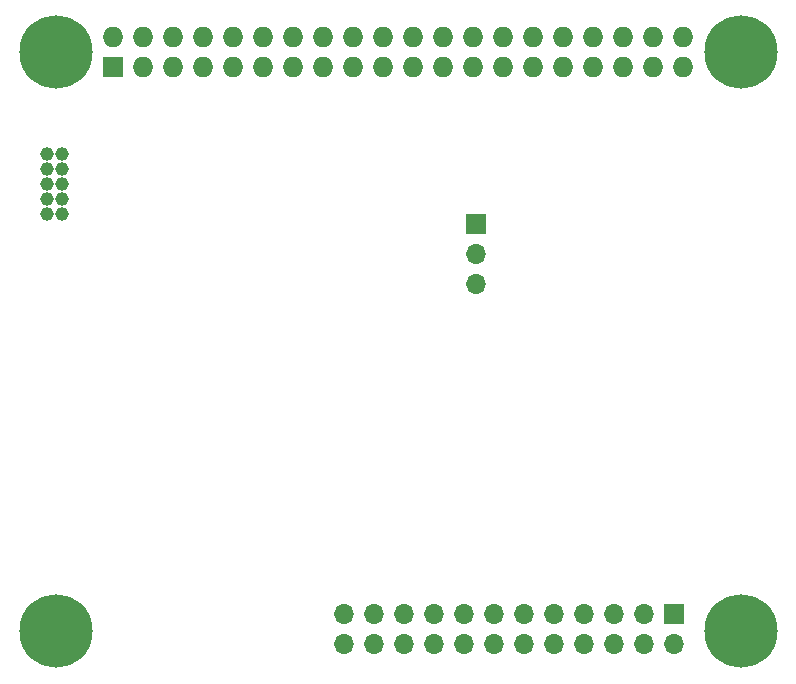
<source format=gbs>
G04 #@! TF.GenerationSoftware,KiCad,Pcbnew,(5.1.10)-1*
G04 #@! TF.CreationDate,2021-12-12T11:33:08-08:00*
G04 #@! TF.ProjectId,TsunamiHat,5473756e-616d-4694-9861-742e6b696361,rev?*
G04 #@! TF.SameCoordinates,Original*
G04 #@! TF.FileFunction,Soldermask,Bot*
G04 #@! TF.FilePolarity,Negative*
%FSLAX46Y46*%
G04 Gerber Fmt 4.6, Leading zero omitted, Abs format (unit mm)*
G04 Created by KiCad (PCBNEW (5.1.10)-1) date 2021-12-12 11:33:08*
%MOMM*%
%LPD*%
G01*
G04 APERTURE LIST*
%ADD10R,1.727200X1.727200*%
%ADD11O,1.727200X1.727200*%
%ADD12O,1.700000X1.700000*%
%ADD13R,1.700000X1.700000*%
%ADD14C,1.168400*%
%ADD15C,6.200000*%
G04 APERTURE END LIST*
D10*
X81903000Y-67754000D03*
D11*
X81903000Y-65214000D03*
X84443000Y-67754000D03*
X84443000Y-65214000D03*
X86983000Y-67754000D03*
X86983000Y-65214000D03*
X89523000Y-67754000D03*
X89523000Y-65214000D03*
X92063000Y-67754000D03*
X92063000Y-65214000D03*
X94603000Y-67754000D03*
X94603000Y-65214000D03*
X97143000Y-67754000D03*
X97143000Y-65214000D03*
X99683000Y-67754000D03*
X99683000Y-65214000D03*
X102223000Y-67754000D03*
X102223000Y-65214000D03*
X104763000Y-67754000D03*
X104763000Y-65214000D03*
X107303000Y-67754000D03*
X107303000Y-65214000D03*
X109843000Y-67754000D03*
X109843000Y-65214000D03*
X112383000Y-67754000D03*
X112383000Y-65214000D03*
X114923000Y-67754000D03*
X114923000Y-65214000D03*
X117463000Y-67754000D03*
X117463000Y-65214000D03*
X120003000Y-67754000D03*
X120003000Y-65214000D03*
X122543000Y-67754000D03*
X122543000Y-65214000D03*
X125083000Y-67754000D03*
X125083000Y-65214000D03*
X127623000Y-67754000D03*
X127623000Y-65214000D03*
X130163000Y-67754000D03*
X130163000Y-65214000D03*
D12*
X112649000Y-86106000D03*
X112649000Y-83566000D03*
D13*
X112649000Y-81026000D03*
D12*
X101473000Y-116586000D03*
X101473000Y-114046000D03*
X104013000Y-116586000D03*
X104013000Y-114046000D03*
X106553000Y-116586000D03*
X106553000Y-114046000D03*
X109093000Y-116586000D03*
X109093000Y-114046000D03*
X111633000Y-116586000D03*
X111633000Y-114046000D03*
X114173000Y-116586000D03*
X114173000Y-114046000D03*
X116713000Y-116586000D03*
X116713000Y-114046000D03*
X119253000Y-116586000D03*
X119253000Y-114046000D03*
X121793000Y-116586000D03*
X121793000Y-114046000D03*
X124333000Y-116586000D03*
X124333000Y-114046000D03*
X126873000Y-116586000D03*
X126873000Y-114046000D03*
X129413000Y-116586000D03*
D13*
X129413000Y-114046000D03*
D14*
X77597000Y-80137000D03*
X76327000Y-80137000D03*
X77597000Y-78867000D03*
X76327000Y-78867000D03*
X77597000Y-77597000D03*
X76327000Y-77597000D03*
X77597000Y-76327000D03*
X76327000Y-76327000D03*
X77597000Y-75057000D03*
X76327000Y-75057000D03*
D15*
X135033000Y-66484000D03*
X135033000Y-115484000D03*
X77033000Y-115484000D03*
X77033000Y-66484000D03*
M02*

</source>
